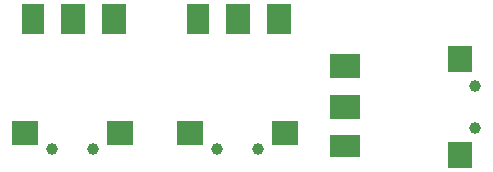
<source format=gtp>
G04 MADE WITH FRITZING*
G04 WWW.FRITZING.ORG*
G04 DOUBLE SIDED*
G04 HOLES PLATED*
G04 CONTOUR ON CENTER OF CONTOUR VECTOR*
%ASAXBY*%
%FSLAX23Y23*%
%MOIN*%
%OFA0B0*%
%SFA1.0B1.0*%
%ADD10C,0.039361*%
%ADD11R,0.088792X0.078736*%
%ADD12R,0.078750X0.098417*%
%ADD13R,0.088778X0.078736*%
%ADD14R,0.078208X0.098417*%
%ADD15R,0.078736X0.088792*%
%ADD16R,0.098417X0.078750*%
%ADD17R,0.078736X0.088778*%
%ADD18R,0.098417X0.078208*%
%ADD19R,0.001000X0.001000*%
%LNPASTEMASK1*%
G90*
G70*
G54D10*
X878Y88D03*
X1017Y88D03*
X1740Y157D03*
X1740Y296D03*
X328Y88D03*
X467Y88D03*
G54D11*
X1106Y139D03*
G54D12*
X949Y521D03*
G54D13*
X789Y139D03*
G54D12*
X1084Y521D03*
G54D14*
X816Y521D03*
G54D15*
X1689Y385D03*
G54D16*
X1307Y228D03*
G54D17*
X1689Y68D03*
G54D16*
X1307Y363D03*
G54D18*
X1307Y95D03*
G54D11*
X556Y139D03*
G54D12*
X399Y521D03*
G54D13*
X239Y139D03*
G54D12*
X534Y521D03*
G54D14*
X266Y521D03*
G54D19*
D02*
G04 End of PasteMask1*
M02*
</source>
